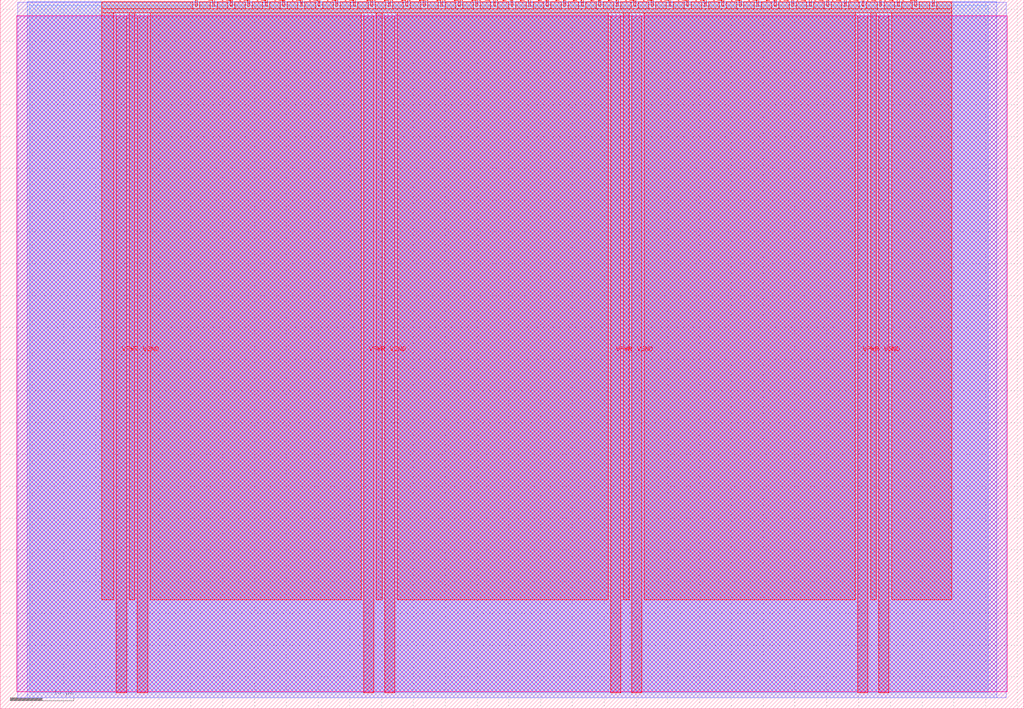
<source format=lef>
VERSION 5.7 ;
  NOWIREEXTENSIONATPIN ON ;
  DIVIDERCHAR "/" ;
  BUSBITCHARS "[]" ;
MACRO tt_um_rebeccargb_vga_timing_experiments
  CLASS BLOCK ;
  FOREIGN tt_um_rebeccargb_vga_timing_experiments ;
  ORIGIN 0.000 0.000 ;
  SIZE 161.000 BY 111.520 ;
  PIN VGND
    DIRECTION INOUT ;
    USE GROUND ;
    PORT
      LAYER met4 ;
        RECT 21.580 2.480 23.180 109.040 ;
    END
    PORT
      LAYER met4 ;
        RECT 60.450 2.480 62.050 109.040 ;
    END
    PORT
      LAYER met4 ;
        RECT 99.320 2.480 100.920 109.040 ;
    END
    PORT
      LAYER met4 ;
        RECT 138.190 2.480 139.790 109.040 ;
    END
  END VGND
  PIN VPWR
    DIRECTION INOUT ;
    USE POWER ;
    PORT
      LAYER met4 ;
        RECT 18.280 2.480 19.880 109.040 ;
    END
    PORT
      LAYER met4 ;
        RECT 57.150 2.480 58.750 109.040 ;
    END
    PORT
      LAYER met4 ;
        RECT 96.020 2.480 97.620 109.040 ;
    END
    PORT
      LAYER met4 ;
        RECT 134.890 2.480 136.490 109.040 ;
    END
  END VPWR
  PIN clk
    DIRECTION INPUT ;
    USE SIGNAL ;
    ANTENNAGATEAREA 0.852000 ;
    PORT
      LAYER met4 ;
        RECT 143.830 110.520 144.130 111.520 ;
    END
  END clk
  PIN ena
    DIRECTION INPUT ;
    USE SIGNAL ;
    PORT
      LAYER met4 ;
        RECT 146.590 110.520 146.890 111.520 ;
    END
  END ena
  PIN rst_n
    DIRECTION INPUT ;
    USE SIGNAL ;
    ANTENNAGATEAREA 0.196500 ;
    PORT
      LAYER met4 ;
        RECT 141.070 110.520 141.370 111.520 ;
    END
  END rst_n
  PIN ui_in[0]
    DIRECTION INPUT ;
    USE SIGNAL ;
    ANTENNAGATEAREA 0.159000 ;
    PORT
      LAYER met4 ;
        RECT 138.310 110.520 138.610 111.520 ;
    END
  END ui_in[0]
  PIN ui_in[1]
    DIRECTION INPUT ;
    USE SIGNAL ;
    ANTENNAGATEAREA 0.159000 ;
    PORT
      LAYER met4 ;
        RECT 135.550 110.520 135.850 111.520 ;
    END
  END ui_in[1]
  PIN ui_in[2]
    DIRECTION INPUT ;
    USE SIGNAL ;
    ANTENNAGATEAREA 0.213000 ;
    PORT
      LAYER met4 ;
        RECT 132.790 110.520 133.090 111.520 ;
    END
  END ui_in[2]
  PIN ui_in[3]
    DIRECTION INPUT ;
    USE SIGNAL ;
    ANTENNAGATEAREA 0.159000 ;
    PORT
      LAYER met4 ;
        RECT 130.030 110.520 130.330 111.520 ;
    END
  END ui_in[3]
  PIN ui_in[4]
    DIRECTION INPUT ;
    USE SIGNAL ;
    ANTENNAGATEAREA 0.213000 ;
    PORT
      LAYER met4 ;
        RECT 127.270 110.520 127.570 111.520 ;
    END
  END ui_in[4]
  PIN ui_in[5]
    DIRECTION INPUT ;
    USE SIGNAL ;
    ANTENNAGATEAREA 0.213000 ;
    PORT
      LAYER met4 ;
        RECT 124.510 110.520 124.810 111.520 ;
    END
  END ui_in[5]
  PIN ui_in[6]
    DIRECTION INPUT ;
    USE SIGNAL ;
    ANTENNAGATEAREA 0.213000 ;
    PORT
      LAYER met4 ;
        RECT 121.750 110.520 122.050 111.520 ;
    END
  END ui_in[6]
  PIN ui_in[7]
    DIRECTION INPUT ;
    USE SIGNAL ;
    ANTENNAGATEAREA 0.213000 ;
    PORT
      LAYER met4 ;
        RECT 118.990 110.520 119.290 111.520 ;
    END
  END ui_in[7]
  PIN uio_in[0]
    DIRECTION INPUT ;
    USE SIGNAL ;
    ANTENNAGATEAREA 0.159000 ;
    PORT
      LAYER met4 ;
        RECT 116.230 110.520 116.530 111.520 ;
    END
  END uio_in[0]
  PIN uio_in[1]
    DIRECTION INPUT ;
    USE SIGNAL ;
    ANTENNAGATEAREA 0.213000 ;
    PORT
      LAYER met4 ;
        RECT 113.470 110.520 113.770 111.520 ;
    END
  END uio_in[1]
  PIN uio_in[2]
    DIRECTION INPUT ;
    USE SIGNAL ;
    ANTENNAGATEAREA 0.213000 ;
    PORT
      LAYER met4 ;
        RECT 110.710 110.520 111.010 111.520 ;
    END
  END uio_in[2]
  PIN uio_in[3]
    DIRECTION INPUT ;
    USE SIGNAL ;
    ANTENNAGATEAREA 0.247500 ;
    PORT
      LAYER met4 ;
        RECT 107.950 110.520 108.250 111.520 ;
    END
  END uio_in[3]
  PIN uio_in[4]
    DIRECTION INPUT ;
    USE SIGNAL ;
    ANTENNAGATEAREA 0.213000 ;
    PORT
      LAYER met4 ;
        RECT 105.190 110.520 105.490 111.520 ;
    END
  END uio_in[4]
  PIN uio_in[5]
    DIRECTION INPUT ;
    USE SIGNAL ;
    ANTENNAGATEAREA 0.213000 ;
    PORT
      LAYER met4 ;
        RECT 102.430 110.520 102.730 111.520 ;
    END
  END uio_in[5]
  PIN uio_in[6]
    DIRECTION INPUT ;
    USE SIGNAL ;
    ANTENNAGATEAREA 0.159000 ;
    PORT
      LAYER met4 ;
        RECT 99.670 110.520 99.970 111.520 ;
    END
  END uio_in[6]
  PIN uio_in[7]
    DIRECTION INPUT ;
    USE SIGNAL ;
    ANTENNAGATEAREA 0.159000 ;
    PORT
      LAYER met4 ;
        RECT 96.910 110.520 97.210 111.520 ;
    END
  END uio_in[7]
  PIN uio_oe[0]
    DIRECTION OUTPUT ;
    USE SIGNAL ;
    PORT
      LAYER met4 ;
        RECT 49.990 110.520 50.290 111.520 ;
    END
  END uio_oe[0]
  PIN uio_oe[1]
    DIRECTION OUTPUT ;
    USE SIGNAL ;
    PORT
      LAYER met4 ;
        RECT 47.230 110.520 47.530 111.520 ;
    END
  END uio_oe[1]
  PIN uio_oe[2]
    DIRECTION OUTPUT ;
    USE SIGNAL ;
    PORT
      LAYER met4 ;
        RECT 44.470 110.520 44.770 111.520 ;
    END
  END uio_oe[2]
  PIN uio_oe[3]
    DIRECTION OUTPUT ;
    USE SIGNAL ;
    PORT
      LAYER met4 ;
        RECT 41.710 110.520 42.010 111.520 ;
    END
  END uio_oe[3]
  PIN uio_oe[4]
    DIRECTION OUTPUT ;
    USE SIGNAL ;
    PORT
      LAYER met4 ;
        RECT 38.950 110.520 39.250 111.520 ;
    END
  END uio_oe[4]
  PIN uio_oe[5]
    DIRECTION OUTPUT ;
    USE SIGNAL ;
    PORT
      LAYER met4 ;
        RECT 36.190 110.520 36.490 111.520 ;
    END
  END uio_oe[5]
  PIN uio_oe[6]
    DIRECTION OUTPUT ;
    USE SIGNAL ;
    PORT
      LAYER met4 ;
        RECT 33.430 110.520 33.730 111.520 ;
    END
  END uio_oe[6]
  PIN uio_oe[7]
    DIRECTION OUTPUT ;
    USE SIGNAL ;
    PORT
      LAYER met4 ;
        RECT 30.670 110.520 30.970 111.520 ;
    END
  END uio_oe[7]
  PIN uio_out[0]
    DIRECTION OUTPUT ;
    USE SIGNAL ;
    PORT
      LAYER met4 ;
        RECT 72.070 110.520 72.370 111.520 ;
    END
  END uio_out[0]
  PIN uio_out[1]
    DIRECTION OUTPUT ;
    USE SIGNAL ;
    PORT
      LAYER met4 ;
        RECT 69.310 110.520 69.610 111.520 ;
    END
  END uio_out[1]
  PIN uio_out[2]
    DIRECTION OUTPUT ;
    USE SIGNAL ;
    PORT
      LAYER met4 ;
        RECT 66.550 110.520 66.850 111.520 ;
    END
  END uio_out[2]
  PIN uio_out[3]
    DIRECTION OUTPUT ;
    USE SIGNAL ;
    PORT
      LAYER met4 ;
        RECT 63.790 110.520 64.090 111.520 ;
    END
  END uio_out[3]
  PIN uio_out[4]
    DIRECTION OUTPUT ;
    USE SIGNAL ;
    PORT
      LAYER met4 ;
        RECT 61.030 110.520 61.330 111.520 ;
    END
  END uio_out[4]
  PIN uio_out[5]
    DIRECTION OUTPUT ;
    USE SIGNAL ;
    PORT
      LAYER met4 ;
        RECT 58.270 110.520 58.570 111.520 ;
    END
  END uio_out[5]
  PIN uio_out[6]
    DIRECTION OUTPUT ;
    USE SIGNAL ;
    PORT
      LAYER met4 ;
        RECT 55.510 110.520 55.810 111.520 ;
    END
  END uio_out[6]
  PIN uio_out[7]
    DIRECTION OUTPUT ;
    USE SIGNAL ;
    PORT
      LAYER met4 ;
        RECT 52.750 110.520 53.050 111.520 ;
    END
  END uio_out[7]
  PIN uo_out[0]
    DIRECTION OUTPUT ;
    USE SIGNAL ;
    ANTENNADIFFAREA 0.911000 ;
    PORT
      LAYER met4 ;
        RECT 94.150 110.520 94.450 111.520 ;
    END
  END uo_out[0]
  PIN uo_out[1]
    DIRECTION OUTPUT ;
    USE SIGNAL ;
    ANTENNADIFFAREA 0.911000 ;
    PORT
      LAYER met4 ;
        RECT 91.390 110.520 91.690 111.520 ;
    END
  END uo_out[1]
  PIN uo_out[2]
    DIRECTION OUTPUT ;
    USE SIGNAL ;
    ANTENNADIFFAREA 0.911000 ;
    PORT
      LAYER met4 ;
        RECT 88.630 110.520 88.930 111.520 ;
    END
  END uo_out[2]
  PIN uo_out[3]
    DIRECTION OUTPUT ;
    USE SIGNAL ;
    ANTENNADIFFAREA 0.795200 ;
    PORT
      LAYER met4 ;
        RECT 85.870 110.520 86.170 111.520 ;
    END
  END uo_out[3]
  PIN uo_out[4]
    DIRECTION OUTPUT ;
    USE SIGNAL ;
    ANTENNADIFFAREA 0.911000 ;
    PORT
      LAYER met4 ;
        RECT 83.110 110.520 83.410 111.520 ;
    END
  END uo_out[4]
  PIN uo_out[5]
    DIRECTION OUTPUT ;
    USE SIGNAL ;
    ANTENNADIFFAREA 0.911000 ;
    PORT
      LAYER met4 ;
        RECT 80.350 110.520 80.650 111.520 ;
    END
  END uo_out[5]
  PIN uo_out[6]
    DIRECTION OUTPUT ;
    USE SIGNAL ;
    ANTENNADIFFAREA 0.891000 ;
    PORT
      LAYER met4 ;
        RECT 77.590 110.520 77.890 111.520 ;
    END
  END uo_out[6]
  PIN uo_out[7]
    DIRECTION OUTPUT ;
    USE SIGNAL ;
    ANTENNADIFFAREA 0.445500 ;
    PORT
      LAYER met4 ;
        RECT 74.830 110.520 75.130 111.520 ;
    END
  END uo_out[7]
  OBS
      LAYER nwell ;
        RECT 2.570 2.635 158.430 108.990 ;
      LAYER li1 ;
        RECT 2.760 2.635 158.240 108.885 ;
      LAYER met1 ;
        RECT 2.760 1.740 158.240 111.140 ;
      LAYER met2 ;
        RECT 4.240 1.710 156.760 111.170 ;
      LAYER met3 ;
        RECT 4.665 2.555 155.415 110.665 ;
      LAYER met4 ;
        RECT 15.935 110.120 30.270 111.170 ;
        RECT 31.370 110.120 33.030 111.170 ;
        RECT 34.130 110.120 35.790 111.170 ;
        RECT 36.890 110.120 38.550 111.170 ;
        RECT 39.650 110.120 41.310 111.170 ;
        RECT 42.410 110.120 44.070 111.170 ;
        RECT 45.170 110.120 46.830 111.170 ;
        RECT 47.930 110.120 49.590 111.170 ;
        RECT 50.690 110.120 52.350 111.170 ;
        RECT 53.450 110.120 55.110 111.170 ;
        RECT 56.210 110.120 57.870 111.170 ;
        RECT 58.970 110.120 60.630 111.170 ;
        RECT 61.730 110.120 63.390 111.170 ;
        RECT 64.490 110.120 66.150 111.170 ;
        RECT 67.250 110.120 68.910 111.170 ;
        RECT 70.010 110.120 71.670 111.170 ;
        RECT 72.770 110.120 74.430 111.170 ;
        RECT 75.530 110.120 77.190 111.170 ;
        RECT 78.290 110.120 79.950 111.170 ;
        RECT 81.050 110.120 82.710 111.170 ;
        RECT 83.810 110.120 85.470 111.170 ;
        RECT 86.570 110.120 88.230 111.170 ;
        RECT 89.330 110.120 90.990 111.170 ;
        RECT 92.090 110.120 93.750 111.170 ;
        RECT 94.850 110.120 96.510 111.170 ;
        RECT 97.610 110.120 99.270 111.170 ;
        RECT 100.370 110.120 102.030 111.170 ;
        RECT 103.130 110.120 104.790 111.170 ;
        RECT 105.890 110.120 107.550 111.170 ;
        RECT 108.650 110.120 110.310 111.170 ;
        RECT 111.410 110.120 113.070 111.170 ;
        RECT 114.170 110.120 115.830 111.170 ;
        RECT 116.930 110.120 118.590 111.170 ;
        RECT 119.690 110.120 121.350 111.170 ;
        RECT 122.450 110.120 124.110 111.170 ;
        RECT 125.210 110.120 126.870 111.170 ;
        RECT 127.970 110.120 129.630 111.170 ;
        RECT 130.730 110.120 132.390 111.170 ;
        RECT 133.490 110.120 135.150 111.170 ;
        RECT 136.250 110.120 137.910 111.170 ;
        RECT 139.010 110.120 140.670 111.170 ;
        RECT 141.770 110.120 143.430 111.170 ;
        RECT 144.530 110.120 146.190 111.170 ;
        RECT 147.290 110.120 149.665 111.170 ;
        RECT 15.935 109.440 149.665 110.120 ;
        RECT 15.935 17.175 17.880 109.440 ;
        RECT 20.280 17.175 21.180 109.440 ;
        RECT 23.580 17.175 56.750 109.440 ;
        RECT 59.150 17.175 60.050 109.440 ;
        RECT 62.450 17.175 95.620 109.440 ;
        RECT 98.020 17.175 98.920 109.440 ;
        RECT 101.320 17.175 134.490 109.440 ;
        RECT 136.890 17.175 137.790 109.440 ;
        RECT 140.190 17.175 149.665 109.440 ;
  END
END tt_um_rebeccargb_vga_timing_experiments
END LIBRARY


</source>
